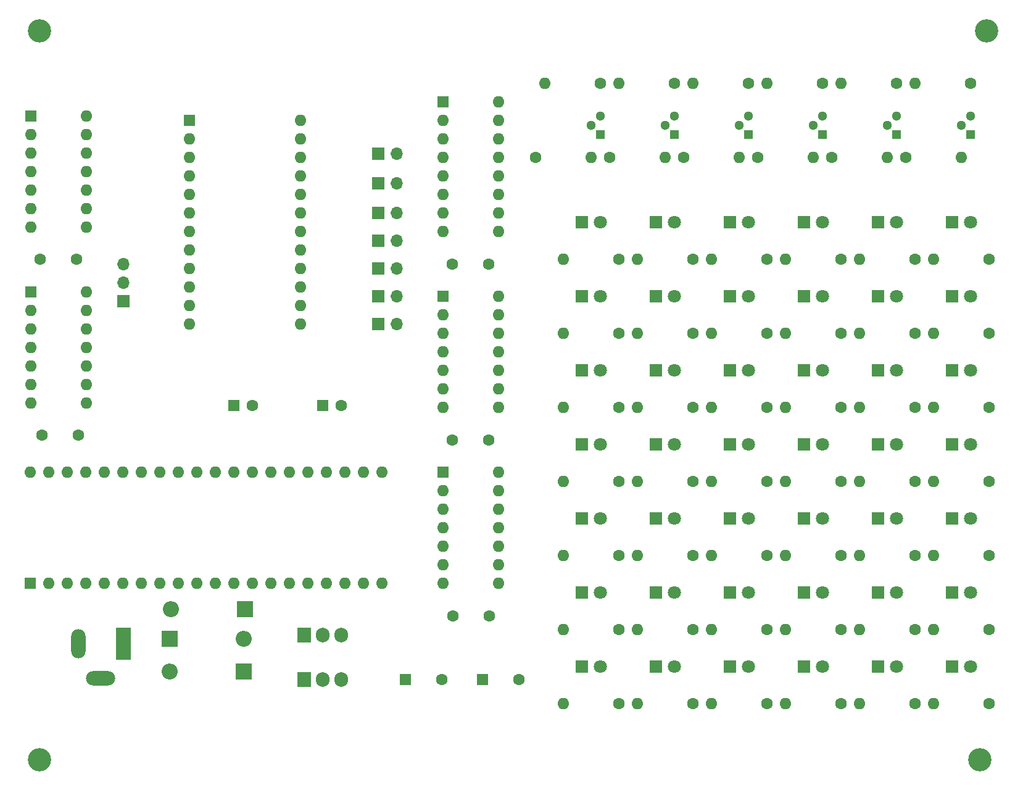
<source format=gbr>
%TF.GenerationSoftware,KiCad,Pcbnew,8.0.2*%
%TF.CreationDate,2025-01-26T20:54:38+01:00*%
%TF.ProjectId,MK23xxCharGenReadout,4d4b3233-7878-4436-9861-7247656e5265,rev?*%
%TF.SameCoordinates,Original*%
%TF.FileFunction,Soldermask,Bot*%
%TF.FilePolarity,Negative*%
%FSLAX46Y46*%
G04 Gerber Fmt 4.6, Leading zero omitted, Abs format (unit mm)*
G04 Created by KiCad (PCBNEW 8.0.2) date 2025-01-26 20:54:38*
%MOMM*%
%LPD*%
G01*
G04 APERTURE LIST*
%ADD10C,3.200000*%
%ADD11R,1.905000X2.000000*%
%ADD12O,1.905000X2.000000*%
%ADD13R,1.600000X1.600000*%
%ADD14O,1.600000X1.600000*%
%ADD15C,1.600000*%
%ADD16R,1.300000X1.300000*%
%ADD17C,1.300000*%
%ADD18R,1.700000X1.700000*%
%ADD19O,1.700000X1.700000*%
%ADD20R,2.000000X4.500000*%
%ADD21O,2.000000X4.000000*%
%ADD22O,4.000000X2.000000*%
%ADD23R,1.800000X1.800000*%
%ADD24C,1.800000*%
%ADD25R,2.200000X2.200000*%
%ADD26O,2.200000X2.200000*%
G04 APERTURE END LIST*
D10*
%TO.C,H4*%
X240000000Y-141000000D03*
%TD*%
%TO.C,H3*%
X111000000Y-41000000D03*
%TD*%
%TO.C,H2*%
X111000000Y-141000000D03*
%TD*%
%TO.C,H1*%
X241000000Y-41000000D03*
%TD*%
D11*
%TO.C,U9*%
X147320000Y-123952000D03*
D12*
X149860000Y-123952000D03*
X152400000Y-123952000D03*
%TD*%
D13*
%TO.C,U8*%
X166380000Y-101595000D03*
D14*
X166380000Y-104135000D03*
X166380000Y-106675000D03*
X166380000Y-109215000D03*
X166380000Y-111755000D03*
X166380000Y-114295000D03*
X166380000Y-116835000D03*
X174000000Y-116835000D03*
X174000000Y-114295000D03*
X174000000Y-111755000D03*
X174000000Y-109215000D03*
X174000000Y-106675000D03*
X174000000Y-104135000D03*
X174000000Y-101595000D03*
%TD*%
D13*
%TO.C,U7*%
X166380000Y-77465000D03*
D14*
X166380000Y-80005000D03*
X166380000Y-82545000D03*
X166380000Y-85085000D03*
X166380000Y-87625000D03*
X166380000Y-90165000D03*
X166380000Y-92705000D03*
X174000000Y-92705000D03*
X174000000Y-90165000D03*
X174000000Y-87625000D03*
X174000000Y-85085000D03*
X174000000Y-82545000D03*
X174000000Y-80005000D03*
X174000000Y-77465000D03*
%TD*%
D11*
%TO.C,U6*%
X147320000Y-130048000D03*
D12*
X149860000Y-130048000D03*
X152400000Y-130048000D03*
%TD*%
D13*
%TO.C,U5*%
X166380000Y-50800000D03*
D14*
X166380000Y-53340000D03*
X166380000Y-55880000D03*
X166380000Y-58420000D03*
X166380000Y-60960000D03*
X166380000Y-63500000D03*
X166380000Y-66040000D03*
X166380000Y-68580000D03*
X174000000Y-68580000D03*
X174000000Y-66040000D03*
X174000000Y-63500000D03*
X174000000Y-60960000D03*
X174000000Y-58420000D03*
X174000000Y-55880000D03*
X174000000Y-53340000D03*
X174000000Y-50800000D03*
%TD*%
D13*
%TO.C,U4*%
X131572000Y-53335000D03*
D14*
X131572000Y-55875000D03*
X131572000Y-58415000D03*
X131572000Y-60955000D03*
X131572000Y-63495000D03*
X131572000Y-66035000D03*
X131572000Y-68575000D03*
X131572000Y-71115000D03*
X131572000Y-73655000D03*
X131572000Y-76195000D03*
X131572000Y-78735000D03*
X131572000Y-81275000D03*
X146812000Y-81275000D03*
X146812000Y-78735000D03*
X146812000Y-76195000D03*
X146812000Y-73655000D03*
X146812000Y-71115000D03*
X146812000Y-68575000D03*
X146812000Y-66035000D03*
X146812000Y-63495000D03*
X146812000Y-60955000D03*
X146812000Y-58415000D03*
X146812000Y-55875000D03*
X146812000Y-53335000D03*
%TD*%
D13*
%TO.C,U2*%
X109728000Y-116840000D03*
D14*
X112268000Y-116840000D03*
X114808000Y-116840000D03*
X117348000Y-116840000D03*
X119888000Y-116840000D03*
X122428000Y-116840000D03*
X124968000Y-116840000D03*
X127508000Y-116840000D03*
X130048000Y-116840000D03*
X132588000Y-116840000D03*
X135128000Y-116840000D03*
X137668000Y-116840000D03*
X140208000Y-116840000D03*
X142748000Y-116840000D03*
X145288000Y-116840000D03*
X147828000Y-116840000D03*
X150368000Y-116840000D03*
X152908000Y-116840000D03*
X155448000Y-116840000D03*
X157988000Y-116840000D03*
X157988000Y-101600000D03*
X155448000Y-101600000D03*
X152908000Y-101600000D03*
X150368000Y-101600000D03*
X147828000Y-101600000D03*
X145288000Y-101600000D03*
X142748000Y-101600000D03*
X140208000Y-101600000D03*
X137668000Y-101600000D03*
X135128000Y-101600000D03*
X132588000Y-101600000D03*
X130048000Y-101600000D03*
X127508000Y-101600000D03*
X124968000Y-101600000D03*
X122428000Y-101600000D03*
X119888000Y-101600000D03*
X117348000Y-101600000D03*
X114808000Y-101600000D03*
X112268000Y-101600000D03*
X109728000Y-101600000D03*
%TD*%
D15*
%TO.C,R54*%
X238760000Y-48260000D03*
D14*
X231140000Y-48260000D03*
%TD*%
D15*
%TO.C,R53*%
X241300000Y-133350000D03*
D14*
X233680000Y-133350000D03*
%TD*%
D15*
%TO.C,R52*%
X241300000Y-123190000D03*
D14*
X233680000Y-123190000D03*
%TD*%
D15*
%TO.C,R51*%
X241300000Y-113030000D03*
D14*
X233680000Y-113030000D03*
%TD*%
D15*
%TO.C,R50*%
X241300000Y-102870000D03*
D14*
X233680000Y-102870000D03*
%TD*%
D15*
%TO.C,R49*%
X241300000Y-92710000D03*
D14*
X233680000Y-92710000D03*
%TD*%
D15*
%TO.C,R48*%
X241300000Y-82550000D03*
D14*
X233680000Y-82550000D03*
%TD*%
D15*
%TO.C,R47*%
X241300000Y-72390000D03*
D14*
X233680000Y-72390000D03*
%TD*%
D15*
%TO.C,R46*%
X228600000Y-48260000D03*
D14*
X220980000Y-48260000D03*
%TD*%
D15*
%TO.C,R45*%
X231140000Y-133350000D03*
D14*
X223520000Y-133350000D03*
%TD*%
D15*
%TO.C,R44*%
X231140000Y-123190000D03*
D14*
X223520000Y-123190000D03*
%TD*%
D15*
%TO.C,R43*%
X231140000Y-113030000D03*
D14*
X223520000Y-113030000D03*
%TD*%
D15*
%TO.C,R42*%
X231140000Y-102870000D03*
D14*
X223520000Y-102870000D03*
%TD*%
D15*
%TO.C,R41*%
X231140000Y-92710000D03*
D14*
X223520000Y-92710000D03*
%TD*%
D15*
%TO.C,R40*%
X231140000Y-82550000D03*
D14*
X223520000Y-82550000D03*
%TD*%
D15*
%TO.C,R39*%
X231140000Y-72390000D03*
D14*
X223520000Y-72390000D03*
%TD*%
D15*
%TO.C,R38*%
X218440000Y-48260000D03*
D14*
X210820000Y-48260000D03*
%TD*%
D15*
%TO.C,R37*%
X220980000Y-133350000D03*
D14*
X213360000Y-133350000D03*
%TD*%
D15*
%TO.C,R36*%
X220980000Y-123190000D03*
D14*
X213360000Y-123190000D03*
%TD*%
D15*
%TO.C,R35*%
X220980000Y-113030000D03*
D14*
X213360000Y-113030000D03*
%TD*%
%TO.C,R34*%
X213360000Y-102870000D03*
D15*
X220980000Y-102870000D03*
%TD*%
%TO.C,R33*%
X220980000Y-92710000D03*
D14*
X213360000Y-92710000D03*
%TD*%
D15*
%TO.C,R32*%
X220980000Y-82550000D03*
D14*
X213360000Y-82550000D03*
%TD*%
D15*
%TO.C,R31*%
X220980000Y-72390000D03*
D14*
X213360000Y-72390000D03*
%TD*%
D15*
%TO.C,R30*%
X208280000Y-48260000D03*
D14*
X200660000Y-48260000D03*
%TD*%
D15*
%TO.C,R29*%
X210820000Y-133350000D03*
D14*
X203200000Y-133350000D03*
%TD*%
D15*
%TO.C,R28*%
X210820000Y-123190000D03*
D14*
X203200000Y-123190000D03*
%TD*%
D15*
%TO.C,R27*%
X210820000Y-113030000D03*
D14*
X203200000Y-113030000D03*
%TD*%
D15*
%TO.C,R26*%
X210820000Y-102870000D03*
D14*
X203200000Y-102870000D03*
%TD*%
D15*
%TO.C,R25*%
X210820000Y-92710000D03*
D14*
X203200000Y-92710000D03*
%TD*%
D15*
%TO.C,R24*%
X210820000Y-82550000D03*
D14*
X203200000Y-82550000D03*
%TD*%
D15*
%TO.C,R23*%
X210820000Y-72390000D03*
D14*
X203200000Y-72390000D03*
%TD*%
D15*
%TO.C,R22*%
X198120000Y-48260000D03*
D14*
X190500000Y-48260000D03*
%TD*%
D15*
%TO.C,R21*%
X200660000Y-133350000D03*
D14*
X193040000Y-133350000D03*
%TD*%
D15*
%TO.C,R20*%
X200660000Y-123190000D03*
D14*
X193040000Y-123190000D03*
%TD*%
D15*
%TO.C,R19*%
X200660000Y-113030000D03*
D14*
X193040000Y-113030000D03*
%TD*%
D15*
%TO.C,R18*%
X200660000Y-102870000D03*
D14*
X193040000Y-102870000D03*
%TD*%
D15*
%TO.C,R17*%
X200660000Y-92710000D03*
D14*
X193040000Y-92710000D03*
%TD*%
D15*
%TO.C,R16*%
X200660000Y-82550000D03*
D14*
X193040000Y-82550000D03*
%TD*%
D15*
%TO.C,R15*%
X200660000Y-72390000D03*
D14*
X193040000Y-72390000D03*
%TD*%
D15*
%TO.C,R14*%
X187960000Y-48260000D03*
D14*
X180340000Y-48260000D03*
%TD*%
D15*
%TO.C,R13*%
X190500000Y-133350000D03*
D14*
X182880000Y-133350000D03*
%TD*%
D15*
%TO.C,R12*%
X190500000Y-123190000D03*
D14*
X182880000Y-123190000D03*
%TD*%
D15*
%TO.C,R11*%
X190500000Y-113030000D03*
D14*
X182880000Y-113030000D03*
%TD*%
D15*
%TO.C,R10*%
X190500000Y-102870000D03*
D14*
X182880000Y-102870000D03*
%TD*%
D15*
%TO.C,R9*%
X190500000Y-92710000D03*
D14*
X182880000Y-92710000D03*
%TD*%
D15*
%TO.C,R8*%
X190500000Y-82550000D03*
D14*
X182880000Y-82550000D03*
%TD*%
D15*
%TO.C,R7*%
X190500000Y-72390000D03*
D14*
X182880000Y-72390000D03*
%TD*%
D15*
%TO.C,R6*%
X229870000Y-58420000D03*
D14*
X237490000Y-58420000D03*
%TD*%
D15*
%TO.C,R5*%
X219710000Y-58420000D03*
D14*
X227330000Y-58420000D03*
%TD*%
D15*
%TO.C,R4*%
X209550000Y-58420000D03*
D14*
X217170000Y-58420000D03*
%TD*%
D15*
%TO.C,R3*%
X199390000Y-58420000D03*
D14*
X207010000Y-58420000D03*
%TD*%
D15*
%TO.C,R2*%
X189230000Y-58420000D03*
D14*
X196850000Y-58420000D03*
%TD*%
D15*
%TO.C,R1*%
X179070000Y-58420000D03*
D14*
X186690000Y-58420000D03*
%TD*%
D16*
%TO.C,Q6*%
X238760000Y-55245000D03*
D17*
X237490000Y-53975000D03*
X238760000Y-52705000D03*
%TD*%
D16*
%TO.C,Q5*%
X228600000Y-55245000D03*
D17*
X227330000Y-53975000D03*
X228600000Y-52705000D03*
%TD*%
D16*
%TO.C,Q4*%
X218440000Y-55245000D03*
D17*
X217170000Y-53975000D03*
X218440000Y-52705000D03*
%TD*%
D16*
%TO.C,Q3*%
X208280000Y-55245000D03*
D17*
X207010000Y-53975000D03*
X208280000Y-52705000D03*
%TD*%
D16*
%TO.C,Q2*%
X198120000Y-55245000D03*
D17*
X196850000Y-53975000D03*
X198120000Y-52705000D03*
%TD*%
D16*
%TO.C,Q1*%
X187960000Y-55245000D03*
D17*
X186690000Y-53975000D03*
X187960000Y-52705000D03*
%TD*%
D18*
%TO.C,OUT6*%
X157480000Y-81280000D03*
D19*
X160020000Y-81280000D03*
%TD*%
D18*
%TO.C,OUT5*%
X157475000Y-77470000D03*
D19*
X160015000Y-77470000D03*
%TD*%
D18*
%TO.C,OUT4*%
X157475000Y-73660000D03*
D19*
X160015000Y-73660000D03*
%TD*%
D18*
%TO.C,OUT3*%
X157480000Y-69850000D03*
D19*
X160020000Y-69850000D03*
%TD*%
D18*
%TO.C,OUT2*%
X157480000Y-66040000D03*
D19*
X160020000Y-66040000D03*
%TD*%
D18*
%TO.C,OUT1*%
X157480000Y-61976000D03*
D19*
X160020000Y-61976000D03*
%TD*%
D18*
%TO.C,OUT0*%
X157480000Y-57912000D03*
D19*
X160020000Y-57912000D03*
%TD*%
D18*
%TO.C,JP1*%
X122555000Y-78105000D03*
D19*
X122555000Y-75565000D03*
X122555000Y-73025000D03*
%TD*%
D20*
%TO.C,J1*%
X122555000Y-125130000D03*
D21*
X116355000Y-125130000D03*
D22*
X119355000Y-129830000D03*
%TD*%
D23*
%TO.C,D45*%
X236220000Y-128270000D03*
D24*
X238760000Y-128270000D03*
%TD*%
D23*
%TO.C,D44*%
X236220000Y-118110000D03*
D24*
X238760000Y-118110000D03*
%TD*%
D23*
%TO.C,D43*%
X236220000Y-107950000D03*
D24*
X238760000Y-107950000D03*
%TD*%
D23*
%TO.C,D42*%
X236220000Y-97790000D03*
D24*
X238760000Y-97790000D03*
%TD*%
D23*
%TO.C,D41*%
X236220000Y-87630000D03*
D24*
X238760000Y-87630000D03*
%TD*%
D23*
%TO.C,D40*%
X236220000Y-77470000D03*
D24*
X238760000Y-77470000D03*
%TD*%
D23*
%TO.C,D39*%
X236220000Y-67310000D03*
D24*
X238760000Y-67310000D03*
%TD*%
D23*
%TO.C,D38*%
X226060000Y-128270000D03*
D24*
X228600000Y-128270000D03*
%TD*%
D23*
%TO.C,D37*%
X226060000Y-118110000D03*
D24*
X228600000Y-118110000D03*
%TD*%
D23*
%TO.C,D36*%
X226060000Y-107950000D03*
D24*
X228600000Y-107950000D03*
%TD*%
D23*
%TO.C,D35*%
X226060000Y-97790000D03*
D24*
X228600000Y-97790000D03*
%TD*%
D23*
%TO.C,D34*%
X226055000Y-87630000D03*
D24*
X228595000Y-87630000D03*
%TD*%
D23*
%TO.C,D33*%
X226060000Y-77470000D03*
D24*
X228600000Y-77470000D03*
%TD*%
D23*
%TO.C,D32*%
X226060000Y-67310000D03*
D24*
X228600000Y-67310000D03*
%TD*%
D23*
%TO.C,D31*%
X215900000Y-128270000D03*
D24*
X218440000Y-128270000D03*
%TD*%
D23*
%TO.C,D30*%
X215900000Y-118110000D03*
D24*
X218440000Y-118110000D03*
%TD*%
D23*
%TO.C,D29*%
X215900000Y-107950000D03*
D24*
X218440000Y-107950000D03*
%TD*%
D23*
%TO.C,D28*%
X215900000Y-97790000D03*
D24*
X218440000Y-97790000D03*
%TD*%
D23*
%TO.C,D27*%
X215900000Y-87630000D03*
D24*
X218440000Y-87630000D03*
%TD*%
D23*
%TO.C,D26*%
X215900000Y-77470000D03*
D24*
X218440000Y-77470000D03*
%TD*%
D23*
%TO.C,D25*%
X215895000Y-67310000D03*
D24*
X218435000Y-67310000D03*
%TD*%
D23*
%TO.C,D24*%
X205740000Y-128270000D03*
D24*
X208280000Y-128270000D03*
%TD*%
D23*
%TO.C,D23*%
X205740000Y-118110000D03*
D24*
X208280000Y-118110000D03*
%TD*%
D23*
%TO.C,D22*%
X205740000Y-107950000D03*
D24*
X208280000Y-107950000D03*
%TD*%
D23*
%TO.C,D21*%
X205740000Y-97790000D03*
D24*
X208280000Y-97790000D03*
%TD*%
D23*
%TO.C,D20*%
X205740000Y-87630000D03*
D24*
X208280000Y-87630000D03*
%TD*%
D23*
%TO.C,D19*%
X205740000Y-77470000D03*
D24*
X208280000Y-77470000D03*
%TD*%
D23*
%TO.C,D18*%
X205740000Y-67310000D03*
D24*
X208280000Y-67310000D03*
%TD*%
%TO.C,D17*%
X198120000Y-128270000D03*
D23*
X195580000Y-128270000D03*
%TD*%
%TO.C,D16*%
X195580000Y-118110000D03*
D24*
X198120000Y-118110000D03*
%TD*%
D23*
%TO.C,D15*%
X195580000Y-107950000D03*
D24*
X198120000Y-107950000D03*
%TD*%
D23*
%TO.C,D14*%
X195580000Y-97790000D03*
D24*
X198120000Y-97790000D03*
%TD*%
D23*
%TO.C,D13*%
X195580000Y-87630000D03*
D24*
X198120000Y-87630000D03*
%TD*%
D23*
%TO.C,D12*%
X195580000Y-77470000D03*
D24*
X198120000Y-77470000D03*
%TD*%
D23*
%TO.C,D11*%
X195580000Y-67310000D03*
D24*
X198120000Y-67310000D03*
%TD*%
D23*
%TO.C,D10*%
X185415000Y-128270000D03*
D24*
X187955000Y-128270000D03*
%TD*%
%TO.C,D9*%
X187960000Y-118110000D03*
D23*
X185420000Y-118110000D03*
%TD*%
%TO.C,D8*%
X185415000Y-107950000D03*
D24*
X187955000Y-107950000D03*
%TD*%
D23*
%TO.C,D7*%
X185415000Y-97790000D03*
D24*
X187955000Y-97790000D03*
%TD*%
%TO.C,D6*%
X187955000Y-87630000D03*
D23*
X185415000Y-87630000D03*
%TD*%
%TO.C,D5*%
X185420000Y-77470000D03*
D24*
X187960000Y-77470000D03*
%TD*%
D23*
%TO.C,D4*%
X185420000Y-67310000D03*
D24*
X187960000Y-67310000D03*
%TD*%
D25*
%TO.C,D3*%
X139065000Y-128905000D03*
D26*
X128905000Y-128905000D03*
%TD*%
D25*
%TO.C,D2*%
X128905000Y-124460000D03*
D26*
X139065000Y-124460000D03*
%TD*%
D25*
%TO.C,D1*%
X139192000Y-120396000D03*
D26*
X129032000Y-120396000D03*
%TD*%
D15*
%TO.C,C9*%
X116332000Y-96520000D03*
X111332000Y-96520000D03*
%TD*%
%TO.C,C8*%
X116125000Y-72390000D03*
X111125000Y-72390000D03*
%TD*%
D13*
%TO.C,C7*%
X137708000Y-92456000D03*
D15*
X140208000Y-92456000D03*
%TD*%
%TO.C,C6*%
X172720000Y-121285000D03*
X167720000Y-121285000D03*
%TD*%
%TO.C,C5*%
X172640000Y-97155000D03*
X167640000Y-97155000D03*
%TD*%
%TO.C,C4*%
X172680000Y-73025000D03*
X167680000Y-73025000D03*
%TD*%
D13*
%TO.C,C3*%
X149900000Y-92456000D03*
D15*
X152400000Y-92456000D03*
%TD*%
D13*
%TO.C,C2*%
X171784000Y-130048000D03*
D15*
X176784000Y-130048000D03*
%TD*%
%TO.C,C1*%
X166173349Y-130048000D03*
D13*
X161173349Y-130048000D03*
%TD*%
D14*
%TO.C,U1*%
X117475000Y-76830000D03*
X117475000Y-79370000D03*
X117475000Y-81910000D03*
X117475000Y-84450000D03*
X117475000Y-86990000D03*
X117475000Y-89530000D03*
X117475000Y-92070000D03*
X109855000Y-92070000D03*
X109855000Y-89530000D03*
X109855000Y-86990000D03*
X109855000Y-84450000D03*
X109855000Y-81910000D03*
X109855000Y-79370000D03*
D13*
X109855000Y-76830000D03*
%TD*%
%TO.C,U3*%
X109855000Y-52705000D03*
D14*
X109855000Y-55245000D03*
X109855000Y-57785000D03*
X109855000Y-60325000D03*
X109855000Y-62865000D03*
X109855000Y-65405000D03*
X109855000Y-67945000D03*
X117475000Y-67945000D03*
X117475000Y-65405000D03*
X117475000Y-62865000D03*
X117475000Y-60325000D03*
X117475000Y-57785000D03*
X117475000Y-55245000D03*
X117475000Y-52705000D03*
%TD*%
M02*

</source>
